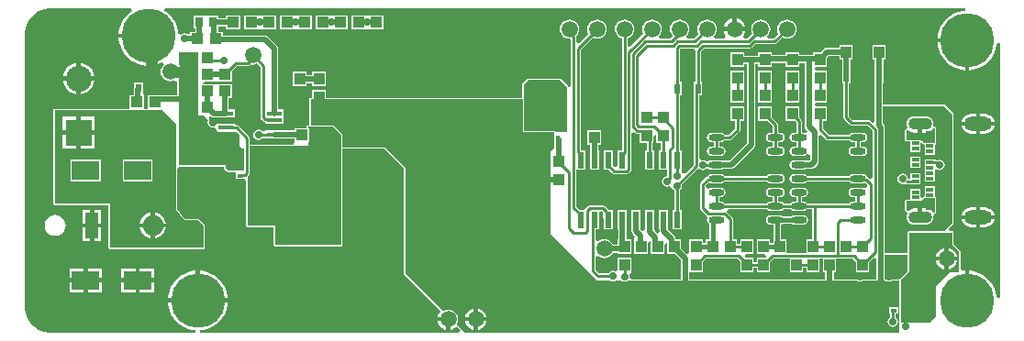
<source format=gtl>
G04*
G04 #@! TF.GenerationSoftware,Altium Limited,Altium Designer,20.1.14 (287)*
G04*
G04 Layer_Physical_Order=1*
G04 Layer_Color=255*
%FSLAX25Y25*%
%MOIN*%
G70*
G04*
G04 #@! TF.SameCoordinates,CBDBEFF8-9AEE-4DE1-B039-B0D643503B7D*
G04*
G04*
G04 #@! TF.FilePolarity,Positive*
G04*
G01*
G75*
%ADD13C,0.01000*%
%ADD18R,0.12795X0.19685*%
%ADD19R,0.03937X0.04331*%
%ADD20R,0.02362X0.03150*%
%ADD21R,0.02362X0.01378*%
%ADD22R,0.01181X0.01378*%
%ADD24R,0.03347X0.04134*%
%ADD25R,0.04331X0.06693*%
%ADD26R,0.04331X0.03937*%
%ADD27R,0.03150X0.03543*%
%ADD28R,0.02165X0.05807*%
%ADD29R,0.03150X0.05807*%
%ADD30R,0.07284X0.12303*%
%ADD31R,0.03543X0.07087*%
%ADD32R,0.07284X0.13386*%
%ADD33R,0.02362X0.05906*%
%ADD34O,0.05709X0.02362*%
%ADD35R,0.07087X0.06299*%
%ADD36R,0.07087X0.06299*%
%ADD37R,0.05709X0.01772*%
%ADD39R,0.01378X0.01181*%
%ADD40R,0.01378X0.02362*%
%ADD41R,0.02756X0.01181*%
%ADD42R,0.02756X0.03937*%
%ADD43R,0.01968X0.03740*%
%ADD50R,0.01693X0.12638*%
%ADD65R,0.12638X0.01693*%
%ADD82R,0.07795X0.09646*%
%ADD83R,0.09646X0.07795*%
%ADD84C,0.02000*%
%ADD85C,0.04000*%
%ADD86C,0.01500*%
%ADD87C,0.05906*%
%ADD88C,0.19685*%
%ADD89C,0.09449*%
%ADD90R,0.09449X0.09449*%
%ADD91C,0.07480*%
%ADD92R,0.09843X0.06693*%
%ADD93R,0.04724X0.09449*%
%ADD94O,0.08661X0.04331*%
%ADD95O,0.10236X0.05118*%
%ADD96C,0.02756*%
%ADD97C,0.03937*%
%ADD98C,0.05000*%
G36*
X341693Y117110D02*
X340818Y117041D01*
X339159Y116643D01*
X337582Y115990D01*
X336127Y115098D01*
X334829Y113990D01*
X333721Y112692D01*
X332829Y111237D01*
X332176Y109660D01*
X331778Y108001D01*
X331703Y107049D01*
X342520D01*
Y106299D01*
X343270D01*
Y95482D01*
X344221Y95557D01*
X345881Y95955D01*
X347457Y96609D01*
X348913Y97500D01*
X350210Y98609D01*
X351319Y99906D01*
X352210Y101362D01*
X352863Y102938D01*
X353262Y104598D01*
X353331Y105473D01*
X354331Y105434D01*
Y12677D01*
X353331Y12637D01*
X353262Y13512D01*
X352863Y15172D01*
X352210Y16749D01*
X351319Y18204D01*
X350210Y19502D01*
X348913Y20610D01*
X347457Y21502D01*
X345881Y22155D01*
X344221Y22553D01*
X343270Y22628D01*
Y11811D01*
X341770D01*
Y22628D01*
X341041Y22571D01*
X340111Y23110D01*
X340041Y23166D01*
Y29500D01*
X339883Y29883D01*
X337541Y32224D01*
X337541Y36265D01*
X337541Y36500D01*
X337541Y36500D01*
X337383Y36883D01*
X337000Y37041D01*
X337000Y37041D01*
X336765Y37041D01*
X336113D01*
X335731Y37965D01*
X337383Y39617D01*
X337383Y39617D01*
X337541Y40000D01*
X337541Y40000D01*
X337541Y79500D01*
X337541Y79500D01*
X337383Y79883D01*
X337383Y79883D01*
X334383Y82883D01*
X334383Y82883D01*
X334000Y83041D01*
X334000Y83041D01*
X311935Y83041D01*
Y90652D01*
X311988D01*
Y95763D01*
X312029Y95970D01*
Y99488D01*
X312968D01*
Y104819D01*
X308032D01*
Y99488D01*
X308971D01*
Y97459D01*
X308823D01*
Y90652D01*
X308876D01*
Y76872D01*
X307952Y76490D01*
X307221Y77221D01*
X306890Y77442D01*
X306500Y77520D01*
X300922D01*
X299614Y78828D01*
Y90652D01*
X300177D01*
Y97459D01*
X300077D01*
Y99488D01*
X300969D01*
Y104819D01*
X296031D01*
Y103683D01*
X291610D01*
X291025Y103567D01*
X290529Y103235D01*
X289306Y102012D01*
X286531D01*
Y101083D01*
X281469D01*
Y102012D01*
X276532D01*
Y101083D01*
X271468D01*
Y102012D01*
X266531D01*
Y100876D01*
X261469D01*
Y102012D01*
X256532D01*
Y96681D01*
X261469D01*
Y97817D01*
X262471D01*
Y69134D01*
X256030Y62693D01*
X253588D01*
X253008Y62809D01*
X249661D01*
X249006Y62678D01*
X248863Y62583D01*
X247854Y62354D01*
X247233Y62769D01*
X246500Y62915D01*
X246142Y62844D01*
X245286Y63373D01*
X245142Y63554D01*
Y86488D01*
X246224D01*
Y91228D01*
X245760D01*
Y102318D01*
X246922Y103480D01*
X263621D01*
X264012Y103558D01*
X264342Y103779D01*
X265544Y104980D01*
X272500D01*
X272890Y105058D01*
X273221Y105279D01*
X275377Y107435D01*
X276099Y107136D01*
X277000Y107018D01*
X277901Y107136D01*
X278741Y107484D01*
X279463Y108037D01*
X280016Y108759D01*
X280364Y109599D01*
X280483Y110500D01*
X280364Y111401D01*
X280016Y112241D01*
X279463Y112962D01*
X278741Y113516D01*
X277901Y113864D01*
X277000Y113982D01*
X276099Y113864D01*
X275259Y113516D01*
X274537Y112962D01*
X273984Y112241D01*
X273636Y111401D01*
X273517Y110500D01*
X273636Y109599D01*
X273935Y108877D01*
X272078Y107020D01*
X270279D01*
X269939Y108020D01*
X269963Y108037D01*
X270516Y108759D01*
X270864Y109599D01*
X270983Y110500D01*
X270864Y111401D01*
X270516Y112241D01*
X269963Y112962D01*
X269241Y113516D01*
X268401Y113864D01*
X267500Y113982D01*
X266599Y113864D01*
X265759Y113516D01*
X265037Y112962D01*
X264484Y112241D01*
X264136Y111401D01*
X264018Y110500D01*
X264136Y109599D01*
X264435Y108877D01*
X262578Y107020D01*
X261522D01*
X261079Y108020D01*
X261453Y108507D01*
X261851Y109468D01*
X261888Y109750D01*
X258000D01*
X254112D01*
X254149Y109468D01*
X254547Y108507D01*
X254921Y108020D01*
X254479Y107020D01*
X250779D01*
X250439Y108020D01*
X250463Y108037D01*
X251016Y108759D01*
X251364Y109599D01*
X251483Y110500D01*
X251364Y111401D01*
X251016Y112241D01*
X250463Y112962D01*
X249741Y113516D01*
X248901Y113864D01*
X248000Y113982D01*
X247099Y113864D01*
X246259Y113516D01*
X245537Y112962D01*
X244984Y112241D01*
X244636Y111401D01*
X244517Y110500D01*
X244636Y109599D01*
X244935Y108877D01*
X243078Y107020D01*
X240779D01*
X240439Y108020D01*
X240462Y108037D01*
X241016Y108759D01*
X241364Y109599D01*
X241482Y110500D01*
X241364Y111401D01*
X241016Y112241D01*
X240462Y112962D01*
X239741Y113516D01*
X238901Y113864D01*
X238000Y113982D01*
X237099Y113864D01*
X236259Y113516D01*
X235538Y112962D01*
X234984Y112241D01*
X234636Y111401D01*
X234518Y110500D01*
X234636Y109599D01*
X234984Y108759D01*
X235538Y108037D01*
X235547Y107886D01*
X234681Y107020D01*
X230779D01*
X230439Y108020D01*
X230463Y108037D01*
X231016Y108759D01*
X231364Y109599D01*
X231483Y110500D01*
X231364Y111401D01*
X231016Y112241D01*
X230463Y112962D01*
X229741Y113516D01*
X228901Y113864D01*
X228000Y113982D01*
X227099Y113864D01*
X226259Y113516D01*
X225537Y112962D01*
X224984Y112241D01*
X224636Y111401D01*
X224517Y110500D01*
X224636Y109599D01*
X224935Y108877D01*
X219943Y103885D01*
X219020Y104268D01*
Y107185D01*
X219741Y107484D01*
X220462Y108037D01*
X221016Y108759D01*
X221364Y109599D01*
X221482Y110500D01*
X221364Y111401D01*
X221016Y112241D01*
X220462Y112962D01*
X219741Y113516D01*
X218901Y113864D01*
X218000Y113982D01*
X217099Y113864D01*
X216259Y113516D01*
X215538Y112962D01*
X214984Y112241D01*
X214636Y111401D01*
X214517Y110500D01*
X214636Y109599D01*
X214984Y108759D01*
X215538Y108037D01*
X216259Y107484D01*
X216980Y107185D01*
Y66280D01*
X215319D01*
Y60580D01*
X214437Y60225D01*
X213681Y60847D01*
Y66280D01*
X210319D01*
Y59374D01*
X212239D01*
X213460Y58153D01*
X213791Y57932D01*
X214181Y57854D01*
X218914D01*
X219304Y57932D01*
X219635Y58153D01*
X220221Y58739D01*
X220442Y59070D01*
X220520Y59460D01*
Y72696D01*
X221444Y73079D01*
X221743Y72779D01*
X222074Y72558D01*
X222464Y72480D01*
X223532D01*
Y68988D01*
X225980D01*
Y66280D01*
X225319D01*
Y59374D01*
X228681D01*
Y66280D01*
X228020D01*
Y68988D01*
X228468D01*
Y71499D01*
X229468Y72033D01*
X229532Y71991D01*
Y68988D01*
X230980D01*
Y66280D01*
X230319D01*
Y59374D01*
X233480D01*
Y56911D01*
X232767Y56769D01*
X232146Y56354D01*
X231731Y55733D01*
X231585Y55000D01*
X231731Y54267D01*
X232146Y53646D01*
X232767Y53231D01*
X233500Y53085D01*
X234233Y53231D01*
X235231Y52767D01*
X235646Y52146D01*
X235980Y51923D01*
Y44626D01*
X235319D01*
Y37721D01*
X238681D01*
Y44626D01*
X238020D01*
Y51923D01*
X238354Y52146D01*
X238769Y52767D01*
X238915Y53500D01*
X238836Y53894D01*
X244202Y59260D01*
X245146Y59646D01*
X245767Y59231D01*
X246500Y59085D01*
X247233Y59231D01*
X247854Y59646D01*
X248974Y59532D01*
X249006Y59511D01*
X249661Y59380D01*
X253008D01*
X253664Y59511D01*
X253849Y59634D01*
X256664D01*
X257249Y59751D01*
X257745Y60082D01*
X265081Y67419D01*
X265413Y67915D01*
X265529Y68500D01*
Y97817D01*
X266531D01*
Y96681D01*
X271468D01*
Y98024D01*
X276532D01*
Y96681D01*
X281469D01*
Y98024D01*
X283471D01*
Y75000D01*
X283587Y74415D01*
X283919Y73919D01*
X284546Y73291D01*
X283908Y72515D01*
X283664Y72678D01*
X283008Y72808D01*
X282354D01*
Y77122D01*
X282277Y77512D01*
X282056Y77843D01*
X281469Y78430D01*
Y82319D01*
X276532D01*
Y76988D01*
X280027D01*
X280315Y76700D01*
Y72808D01*
X279661D01*
X279006Y72678D01*
X278449Y72307D01*
X278078Y71750D01*
X277947Y71095D01*
X278078Y70438D01*
X278449Y69883D01*
X279006Y69511D01*
X279661Y69380D01*
X280315D01*
Y67809D01*
X279661D01*
X279006Y67678D01*
X278449Y67307D01*
X278078Y66750D01*
X277947Y66094D01*
X278078Y65438D01*
X278449Y64882D01*
X279006Y64511D01*
X279661Y64380D01*
X283008D01*
X283664Y64511D01*
X284220Y64882D01*
X285370Y64821D01*
X285534Y64707D01*
Y62900D01*
X285258Y62624D01*
X283745D01*
X283664Y62678D01*
X283008Y62809D01*
X279661D01*
X279006Y62678D01*
X278449Y62306D01*
X278078Y61750D01*
X277947Y61094D01*
X278078Y60439D01*
X278449Y59882D01*
X279006Y59511D01*
X279661Y59380D01*
X283008D01*
X283664Y59511D01*
X283745Y59565D01*
X285891D01*
X286477Y59681D01*
X286973Y60013D01*
X288144Y61185D01*
X288476Y61681D01*
X288592Y62266D01*
Y71552D01*
X289592Y71966D01*
X291185Y70373D01*
X291515Y70152D01*
X291906Y70075D01*
X299778D01*
X299906Y69883D01*
X300462Y69511D01*
X301118Y69380D01*
X301772D01*
Y67809D01*
X301118D01*
X300462Y67678D01*
X299906Y67307D01*
X299535Y66750D01*
X299404Y66094D01*
X299535Y65438D01*
X299906Y64882D01*
X300462Y64511D01*
X301118Y64380D01*
X304465D01*
X305120Y64511D01*
X305677Y64882D01*
X306048Y65438D01*
X306179Y66094D01*
X306048Y66750D01*
X305677Y67307D01*
X305120Y67678D01*
X304465Y67809D01*
X303811D01*
Y69380D01*
X304465D01*
X305120Y69511D01*
X305677Y69883D01*
X306048Y70438D01*
X306179Y71095D01*
X306048Y71750D01*
X305677Y72307D01*
X305120Y72678D01*
X304465Y72808D01*
X301118D01*
X300462Y72678D01*
X299906Y72307D01*
X299778Y72114D01*
X292328D01*
X290083Y74359D01*
Y77083D01*
X291531D01*
Y82413D01*
X287425D01*
X287008Y83095D01*
X287425Y83776D01*
X291531D01*
Y89014D01*
X291531Y89106D01*
X291531D01*
X291469Y89988D01*
X291469D01*
Y95319D01*
X287413Y95319D01*
X286983Y96000D01*
X287413Y96681D01*
X291469D01*
Y99849D01*
X292244Y100624D01*
X296031D01*
Y99488D01*
X297018D01*
Y97459D01*
X297012D01*
Y90652D01*
X297575D01*
Y78406D01*
X297653Y78015D01*
X297873Y77685D01*
X299779Y75779D01*
X300110Y75558D01*
X300500Y75480D01*
X306078D01*
X307980Y73578D01*
Y56268D01*
X307056Y55885D01*
X306387Y56555D01*
X306056Y56776D01*
X306027Y56782D01*
X305677Y57306D01*
X305120Y57678D01*
X304465Y57809D01*
X301118D01*
X300462Y57678D01*
X299906Y57306D01*
X299778Y57114D01*
X284348D01*
X284220Y57306D01*
X283664Y57678D01*
X283008Y57809D01*
X279661D01*
X279006Y57678D01*
X278449Y57306D01*
X278078Y56750D01*
X277947Y56094D01*
X278078Y55439D01*
X278449Y54883D01*
X279006Y54511D01*
X279661Y54380D01*
X283008D01*
X283664Y54511D01*
X284220Y54883D01*
X284348Y55075D01*
X299778D01*
X299906Y54883D01*
X300462Y54511D01*
X301118Y54380D01*
X304465D01*
X305120Y54511D01*
X305376Y54682D01*
X306276Y53782D01*
X306229Y52980D01*
X305273Y52576D01*
X305120Y52678D01*
X304465Y52808D01*
X301118D01*
X300462Y52678D01*
X299906Y52306D01*
X299535Y51750D01*
X299404Y51095D01*
X299535Y50438D01*
X299906Y49883D01*
X300462Y49511D01*
X301118Y49380D01*
X301772D01*
Y47809D01*
X301118D01*
X300462Y47678D01*
X299906Y47306D01*
X299778Y47114D01*
X284348D01*
X284220Y47306D01*
X283664Y47678D01*
X283008Y47809D01*
X282354D01*
Y49380D01*
X283008D01*
X283664Y49511D01*
X284220Y49883D01*
X284591Y50438D01*
X284722Y51095D01*
X284591Y51750D01*
X284220Y52306D01*
X283664Y52678D01*
X283008Y52808D01*
X279661D01*
X279006Y52678D01*
X278449Y52306D01*
X278078Y51750D01*
X277947Y51095D01*
X278078Y50438D01*
X278449Y49883D01*
X279006Y49511D01*
X279661Y49380D01*
X280315D01*
Y47809D01*
X279661D01*
X279006Y47678D01*
X278449Y47306D01*
X278321Y47114D01*
X275805D01*
X275677Y47306D01*
X275120Y47678D01*
X274465Y47809D01*
X273811D01*
Y49380D01*
X274465D01*
X275120Y49511D01*
X275677Y49883D01*
X276048Y50438D01*
X276179Y51095D01*
X276048Y51750D01*
X275677Y52306D01*
X275120Y52678D01*
X274465Y52808D01*
X271118D01*
X270462Y52678D01*
X269906Y52306D01*
X269534Y51750D01*
X269404Y51095D01*
X269534Y50438D01*
X269906Y49883D01*
X270462Y49511D01*
X271118Y49380D01*
X271772D01*
Y47809D01*
X271118D01*
X270462Y47678D01*
X269906Y47306D01*
X269777Y47114D01*
X254348D01*
X254220Y47306D01*
X253664Y47678D01*
X253008Y47809D01*
X252354D01*
Y49380D01*
X253008D01*
X253664Y49511D01*
X254220Y49883D01*
X254591Y50438D01*
X254722Y51095D01*
X254591Y51750D01*
X254220Y52306D01*
X253664Y52678D01*
X253008Y52808D01*
X249661D01*
X249006Y52678D01*
X248567Y52385D01*
X247670Y52745D01*
X247580Y53638D01*
X248674Y54732D01*
X249006Y54511D01*
X249661Y54380D01*
X253008D01*
X253664Y54511D01*
X254220Y54883D01*
X254348Y55075D01*
X269777D01*
X269906Y54883D01*
X270462Y54511D01*
X271118Y54380D01*
X274465D01*
X275120Y54511D01*
X275677Y54883D01*
X276048Y55439D01*
X276179Y56094D01*
X276048Y56750D01*
X275677Y57306D01*
X275120Y57678D01*
X274465Y57809D01*
X271118D01*
X270462Y57678D01*
X269906Y57306D01*
X269777Y57114D01*
X254348D01*
X254220Y57306D01*
X253664Y57678D01*
X253008Y57809D01*
X249661D01*
X249006Y57678D01*
X248449Y57306D01*
X248118Y56810D01*
X247944Y56776D01*
X247613Y56555D01*
X245779Y54721D01*
X245558Y54390D01*
X245480Y54000D01*
Y45500D01*
X245558Y45110D01*
X245779Y44779D01*
X247779Y42779D01*
X248058Y41820D01*
X248039Y41553D01*
X247947Y41094D01*
X248078Y40439D01*
X248449Y39882D01*
X248726Y39698D01*
Y34012D01*
X247532D01*
Y32621D01*
X246468D01*
Y34012D01*
X241531D01*
Y29195D01*
X240531Y28781D01*
X238469Y30844D01*
Y34012D01*
X236561D01*
Y34211D01*
X236444Y34796D01*
X236113Y35292D01*
X233711Y37695D01*
Y40992D01*
X233681Y41140D01*
Y44626D01*
X230319D01*
Y37721D01*
X230652D01*
Y37061D01*
X230715Y36742D01*
X229839Y36204D01*
X229135Y36908D01*
X228681Y37721D01*
Y44626D01*
X225319D01*
Y37721D01*
X225319Y37721D01*
X225249Y37318D01*
X224334Y36985D01*
X224179Y37002D01*
X223681Y37721D01*
Y44626D01*
X220319D01*
Y37721D01*
X220572D01*
Y36898D01*
X220689Y36313D01*
X221020Y35817D01*
X221825Y35012D01*
X221532Y34012D01*
X221532D01*
Y28681D01*
X226468D01*
Y32748D01*
X227468Y33354D01*
X227502Y33337D01*
Y32315D01*
X227532Y32167D01*
Y28681D01*
X232469D01*
Y32030D01*
X233469Y32565D01*
X233502Y32543D01*
Y32315D01*
X233531Y32167D01*
Y28681D01*
X236306D01*
X238471Y26516D01*
Y19541D01*
X220729D01*
X219915Y20500D01*
X219818Y20988D01*
X220236Y21738D01*
X220467Y21988D01*
X220468D01*
Y27319D01*
X215531D01*
Y23002D01*
X214701Y22451D01*
X214531Y22422D01*
X213895Y22549D01*
X213162Y22403D01*
X212541Y21988D01*
X212318Y21654D01*
X208788D01*
X207520Y22922D01*
Y27543D01*
X207551Y27573D01*
X208520Y27974D01*
X208932Y27657D01*
X209772Y27309D01*
X210673Y27191D01*
X211575Y27309D01*
X212415Y27657D01*
X213136Y28211D01*
X213689Y28932D01*
X213777Y29144D01*
X215531D01*
Y28681D01*
X220468D01*
Y34012D01*
X218710D01*
Y40992D01*
X218681Y41140D01*
Y44626D01*
X215319D01*
Y37721D01*
X215652D01*
Y34012D01*
X215531D01*
Y32203D01*
X213777D01*
X213689Y32414D01*
X213136Y33136D01*
X212415Y33689D01*
X211575Y34037D01*
X210673Y34156D01*
X209772Y34037D01*
X208932Y33689D01*
X208520Y33373D01*
X207551Y33774D01*
X207520Y33804D01*
Y37721D01*
X208681D01*
Y44040D01*
X209681Y44240D01*
X210299Y43663D01*
Y41854D01*
X210319Y41756D01*
Y37721D01*
X213681D01*
Y44626D01*
X212224D01*
X212040Y44902D01*
X210746Y46196D01*
X210415Y46417D01*
X210025Y46495D01*
X205475D01*
X205085Y46417D01*
X204754Y46196D01*
X203779Y45221D01*
X203558Y44890D01*
X203505Y44626D01*
X201761D01*
X200520Y45867D01*
Y59374D01*
X203681D01*
Y66280D01*
X202020D01*
Y103078D01*
X206377Y107435D01*
X207099Y107136D01*
X208000Y107018D01*
X208901Y107136D01*
X209741Y107484D01*
X210462Y108037D01*
X211016Y108759D01*
X211364Y109599D01*
X211483Y110500D01*
X211364Y111401D01*
X211016Y112241D01*
X210462Y112962D01*
X209741Y113516D01*
X208901Y113864D01*
X208000Y113982D01*
X207099Y113864D01*
X206259Y113516D01*
X205538Y112962D01*
X204984Y112241D01*
X204636Y111401D01*
X204518Y110500D01*
X204636Y109599D01*
X204935Y108877D01*
X201444Y105385D01*
X200520Y105768D01*
Y107673D01*
X200449Y108027D01*
X200463Y108037D01*
X201016Y108759D01*
X201364Y109599D01*
X201483Y110500D01*
X201364Y111401D01*
X201016Y112241D01*
X200463Y112962D01*
X199741Y113516D01*
X198901Y113864D01*
X198000Y113982D01*
X197099Y113864D01*
X196259Y113516D01*
X195537Y112962D01*
X194984Y112241D01*
X194636Y111401D01*
X194518Y110500D01*
X194636Y109599D01*
X194984Y108759D01*
X195537Y108037D01*
X196259Y107484D01*
X197099Y107136D01*
X198000Y107018D01*
X198480Y106596D01*
Y89647D01*
X197541Y89500D01*
X197383Y89883D01*
X197383Y89883D01*
X194883Y92383D01*
X194500Y92541D01*
X194500Y92541D01*
X183000Y92541D01*
X183000Y92541D01*
X182617Y92383D01*
X181117Y90883D01*
X180959Y90500D01*
X180959Y90500D01*
Y85541D01*
X109468D01*
Y88319D01*
X104532D01*
Y85541D01*
X104000D01*
X103617Y85383D01*
X103459Y85000D01*
X103459Y75541D01*
X103000D01*
X102617Y75383D01*
X102459Y75000D01*
Y74468D01*
X97988D01*
Y73691D01*
X90760D01*
X90175Y73574D01*
X90134Y73547D01*
X87406D01*
Y73401D01*
X86405Y73277D01*
X86354Y73354D01*
X85733Y73769D01*
X85000Y73915D01*
X84267Y73769D01*
X83646Y73354D01*
X83231Y72733D01*
X83085Y72000D01*
X83231Y71267D01*
X83646Y70646D01*
X84267Y70231D01*
X85000Y70085D01*
X85733Y70231D01*
X86354Y70646D01*
X86419Y70743D01*
X87406Y70776D01*
Y70776D01*
X90134D01*
X90175Y70749D01*
X90760Y70632D01*
X97988D01*
Y69532D01*
X97988D01*
X97965Y68541D01*
X81827D01*
Y70771D01*
X81750Y71161D01*
X81529Y71492D01*
X77701Y75320D01*
X77370Y75541D01*
X76980Y75618D01*
X76595D01*
Y76106D01*
X69886D01*
X69886Y76106D01*
Y76106D01*
X69255Y75367D01*
X69127Y75262D01*
X68500Y75137D01*
X67978Y75241D01*
X67536Y75536D01*
X67241Y75978D01*
X67137Y76500D01*
X67262Y77127D01*
X67253Y77172D01*
X67287Y77254D01*
X67265Y77306D01*
X67276Y77360D01*
X67190Y77490D01*
X67181Y77533D01*
X67167Y77543D01*
X67128Y77637D01*
X66976Y77790D01*
X67305Y78875D01*
X67472Y78908D01*
X67623Y78757D01*
X68119Y78426D01*
X68705Y78309D01*
X73240D01*
X73825Y78426D01*
X73866Y78453D01*
X76595D01*
Y81224D01*
X74183D01*
Y85532D01*
X75319D01*
Y90469D01*
X69988D01*
Y90469D01*
X69012D01*
Y90469D01*
X64871D01*
X64846Y90531D01*
X65525Y91531D01*
X69012D01*
Y91531D01*
X69988D01*
Y91531D01*
X75319D01*
Y95027D01*
X77273Y96980D01*
X81000D01*
X81390Y97058D01*
X81721Y97279D01*
X82084Y97642D01*
X82099Y97636D01*
X83000Y97518D01*
X83901Y97636D01*
X84623Y97935D01*
X85886Y96672D01*
Y78251D01*
X85963Y77861D01*
X86185Y77530D01*
X86770Y76944D01*
X87101Y76723D01*
X87406Y76663D01*
Y75894D01*
X94114D01*
Y78453D01*
Y81224D01*
X92289D01*
Y103240D01*
X92173Y103825D01*
X91841Y104322D01*
X88441Y107721D01*
X87945Y108053D01*
X87360Y108169D01*
X72012D01*
Y109468D01*
X70384D01*
Y110728D01*
X70437D01*
Y111471D01*
X72988D01*
Y110531D01*
X78319D01*
Y115469D01*
X72988D01*
Y114529D01*
X70437D01*
Y115272D01*
X66713D01*
X66000Y115272D01*
X65287Y115272D01*
X61563D01*
Y110728D01*
X62108D01*
Y109468D01*
X59988D01*
Y108850D01*
X58988Y108598D01*
X58733Y108769D01*
X58000Y108915D01*
X57267Y108769D01*
X56841Y108484D01*
X56136Y108683D01*
X55805Y108896D01*
X55742Y109701D01*
X55344Y111361D01*
X54691Y112938D01*
X53799Y114393D01*
X52691Y115691D01*
X51393Y116799D01*
X50885Y117110D01*
X51167Y118110D01*
X341654D01*
X341693Y117110D01*
D02*
G37*
G36*
X39115D02*
X38607Y116799D01*
X37310Y115691D01*
X36201Y114393D01*
X35309Y112938D01*
X34656Y111361D01*
X34258Y109701D01*
X34183Y108750D01*
X45000D01*
Y108000D01*
X45750D01*
Y97183D01*
X46701Y97258D01*
X48361Y97656D01*
X49938Y98309D01*
X50239Y98494D01*
X50807Y97669D01*
X50538Y97462D01*
X49984Y96741D01*
X49636Y95901D01*
X49518Y95000D01*
X49636Y94099D01*
X49984Y93259D01*
X50538Y92537D01*
X51259Y91984D01*
X52099Y91636D01*
X53000Y91518D01*
X53901Y91636D01*
X54459Y91867D01*
X55225Y91505D01*
X55459Y91274D01*
Y86529D01*
X48543D01*
X48237Y86468D01*
X44681D01*
Y81541D01*
X43319D01*
Y86007D01*
X43319Y86468D01*
X43319D01*
X43122Y86925D01*
X43122Y86925D01*
Y91075D01*
X39760D01*
Y88967D01*
X39731Y88819D01*
Y86468D01*
X37988D01*
Y81541D01*
X11000Y81541D01*
X10617Y81383D01*
X10459Y81000D01*
Y47235D01*
X10459Y47000D01*
X10459Y47000D01*
X10617Y46617D01*
X11000Y46459D01*
X11000Y46459D01*
X11235Y46459D01*
X30459Y46459D01*
X30459Y31235D01*
X30459Y31000D01*
X30459Y31000D01*
X30617Y30617D01*
X31000Y30459D01*
X31000Y30459D01*
X31235Y30459D01*
X65000D01*
X65383Y30617D01*
X65541Y31000D01*
X65541Y39000D01*
X65541Y39000D01*
X65383Y39383D01*
X65383Y39383D01*
X63383Y41383D01*
X63000Y41541D01*
X63000Y41541D01*
X58260D01*
X55541Y44940D01*
Y59566D01*
X56000Y60459D01*
X72459Y60459D01*
Y60000D01*
X72617Y59617D01*
X72617Y59617D01*
X73617Y58617D01*
X74000Y58459D01*
X74000Y58459D01*
X75852D01*
X76807Y58350D01*
Y55972D01*
X80169D01*
X80459Y55092D01*
Y39000D01*
X80617Y38617D01*
X81000Y38459D01*
X90459D01*
Y32000D01*
X90617Y31617D01*
X91000Y31459D01*
X114765Y31459D01*
X115000Y31459D01*
X115000Y31459D01*
X115383Y31617D01*
X115541Y32000D01*
X115541Y32000D01*
X115541Y32235D01*
X115541Y65972D01*
X115541Y66972D01*
X130955D01*
X137959Y59968D01*
Y21500D01*
X138117Y21117D01*
X138117Y21117D01*
X151195Y8039D01*
X151181Y7819D01*
X150547Y6993D01*
X150149Y6032D01*
X150112Y5750D01*
X154000D01*
Y5000D01*
X154750D01*
Y1112D01*
X155032Y1149D01*
X155993Y1547D01*
X156819Y2181D01*
X157039Y2195D01*
X158311Y924D01*
X157928Y0D01*
X63858D01*
X63818Y1000D01*
X64693Y1069D01*
X66353Y1467D01*
X67930Y2120D01*
X69385Y3012D01*
X70683Y4121D01*
X71791Y5418D01*
X72683Y6873D01*
X73336Y8450D01*
X73734Y10110D01*
X73809Y11061D01*
X52175D01*
X52250Y10110D01*
X52648Y8450D01*
X53302Y6873D01*
X54193Y5418D01*
X55302Y4121D01*
X56599Y3012D01*
X58055Y2120D01*
X59631Y1467D01*
X61291Y1069D01*
X62166Y1000D01*
X62126Y0D01*
X9015D01*
X7083Y384D01*
X5263Y1138D01*
X3625Y2232D01*
X2232Y3625D01*
X1138Y5263D01*
X384Y7083D01*
X0Y9015D01*
Y10000D01*
Y108110D01*
Y109095D01*
X384Y111027D01*
X1138Y112847D01*
X2232Y114485D01*
X3625Y115878D01*
X5263Y116972D01*
X7083Y117726D01*
X9015Y118110D01*
X38833D01*
X39115Y117110D01*
D02*
G37*
G36*
X194500Y92000D02*
X197000Y89500D01*
Y73000D01*
X193054D01*
Y73000D01*
X192896Y73383D01*
X192513Y73541D01*
X191000Y73541D01*
X181541D01*
Y85000D01*
X181500Y85100D01*
Y90500D01*
X183000Y92000D01*
X194500Y92000D01*
D02*
G37*
G36*
X63000Y102000D02*
X63000Y79000D01*
X65000Y79000D01*
X66746Y77254D01*
X66731Y77233D01*
X66585Y76500D01*
X66731Y75767D01*
X67146Y75146D01*
X67767Y74731D01*
X68500Y74585D01*
X69233Y74731D01*
X69254Y74746D01*
X69886Y74114D01*
Y73335D01*
X70000D01*
Y73000D01*
X77137D01*
X78000Y72137D01*
Y68000D01*
X79000Y67000D01*
X79788D01*
Y59000D01*
X74000D01*
X73000Y60000D01*
Y61000D01*
X56000Y61000D01*
X56000Y92417D01*
X56453Y93007D01*
X56851Y93968D01*
X56987Y95000D01*
X56851Y96032D01*
X56453Y96993D01*
X56000Y97584D01*
Y102000D01*
X63000Y102000D01*
D02*
G37*
G36*
X243721Y102740D02*
Y91228D01*
X243256D01*
Y89362D01*
X243180Y89249D01*
X243102Y88858D01*
Y61044D01*
X240000Y57942D01*
X238937Y58089D01*
X238755Y58404D01*
X238681Y59374D01*
X238681D01*
Y66280D01*
X238149D01*
Y86488D01*
X238744D01*
Y91228D01*
X238149D01*
Y103362D01*
X238268Y103480D01*
X242921D01*
X243721Y102740D01*
D02*
G37*
G36*
X285980Y34012D02*
X284032D01*
Y29020D01*
X276969D01*
Y34012D01*
X274645D01*
Y39416D01*
X275120Y39511D01*
X275583Y39820D01*
X278543D01*
X279006Y39511D01*
X279661Y39380D01*
X283008D01*
X283664Y39511D01*
X284220Y39882D01*
X284591Y40439D01*
X284722Y41094D01*
X284591Y41750D01*
X284220Y42307D01*
X283664Y42678D01*
X283008Y42808D01*
X279661D01*
X279006Y42678D01*
X278543Y42369D01*
X275583D01*
X275120Y42678D01*
X274465Y42808D01*
X271118D01*
X270462Y42678D01*
X269906Y42307D01*
X269534Y41750D01*
X269404Y41094D01*
X269534Y40439D01*
X269906Y39882D01*
X270462Y39511D01*
X271118Y39380D01*
X272096D01*
Y34012D01*
X272031D01*
Y32621D01*
X270969D01*
Y34012D01*
X266032D01*
Y28681D01*
X268873D01*
X269371Y27681D01*
X269097Y27319D01*
X266032D01*
Y25673D01*
X264968D01*
Y27319D01*
X262053D01*
X261779Y27681D01*
X262277Y28681D01*
X264968D01*
Y34012D01*
X260032D01*
Y32366D01*
X258968D01*
Y34012D01*
X257520D01*
Y41414D01*
X257442Y41804D01*
X257221Y42135D01*
X255281Y44075D01*
X255401Y44657D01*
X255657Y45075D01*
X269777D01*
X269906Y44883D01*
X270462Y44511D01*
X271118Y44381D01*
X274465D01*
X275120Y44511D01*
X275677Y44883D01*
X275805Y45075D01*
X278321D01*
X278449Y44883D01*
X279006Y44511D01*
X279661Y44381D01*
X283008D01*
X283664Y44511D01*
X284220Y44883D01*
X284348Y45075D01*
X285980D01*
Y34012D01*
D02*
G37*
G36*
X115000Y72000D02*
X115000Y32000D01*
X91000Y32000D01*
Y39000D01*
X81000D01*
Y56687D01*
X81529Y57215D01*
X81750Y57546D01*
X81827Y57936D01*
Y68000D01*
X103000D01*
Y69532D01*
X103319D01*
Y74468D01*
X103000D01*
Y75000D01*
X112000D01*
X115000Y72000D01*
D02*
G37*
G36*
X55000Y76000D02*
Y44750D01*
X58000Y41000D01*
X63000D01*
X65000Y39000D01*
X65000Y31000D01*
X31000D01*
X31000Y47000D01*
X11000Y47000D01*
Y81000D01*
X50000Y81000D01*
X55000Y76000D01*
D02*
G37*
G36*
X337000Y79500D02*
X337000Y40000D01*
X334041Y37041D01*
X321500D01*
X321117Y36883D01*
X320959Y36500D01*
X320959Y29000D01*
X312529Y29000D01*
Y74828D01*
X312413Y75414D01*
X312081Y75910D01*
X311935Y76056D01*
Y82500D01*
X334000Y82500D01*
X337000Y79500D01*
D02*
G37*
G36*
X337000Y32000D02*
X339500Y29500D01*
Y22000D01*
X336207Y22000D01*
X331000Y16793D01*
Y6000D01*
X328761Y3761D01*
X318509D01*
X318509Y19000D01*
X318368Y19340D01*
X321500Y22000D01*
X321500Y36500D01*
X337000D01*
X337000Y32000D01*
D02*
G37*
G36*
X309471Y27073D02*
Y19541D01*
X304635D01*
X304489Y19481D01*
X304335Y19450D01*
X304022Y19241D01*
X303500Y19137D01*
X302978Y19241D01*
X302665Y19450D01*
X302511Y19481D01*
X302365Y19541D01*
X294029D01*
Y21988D01*
X294969D01*
Y26980D01*
X300928D01*
X302031Y25877D01*
Y21988D01*
X306968D01*
Y25877D01*
X308547Y27455D01*
X309471Y27073D01*
D02*
G37*
G36*
X290032Y21988D02*
X290971D01*
Y19541D01*
X241529Y19541D01*
Y20989D01*
X241531Y21988D01*
X246468D01*
Y25877D01*
X247572Y26980D01*
X259078D01*
X260032Y26027D01*
Y21988D01*
X264968D01*
Y23634D01*
X266032D01*
Y21988D01*
X270969D01*
Y25877D01*
X272072Y26980D01*
X278031D01*
Y21988D01*
X282968D01*
Y23634D01*
X284032D01*
Y21988D01*
X288968D01*
Y26980D01*
X290032D01*
Y21988D01*
D02*
G37*
G36*
X320959Y28459D02*
X320959Y27459D01*
X320959Y22250D01*
X318018Y19752D01*
X317959Y19638D01*
X317862Y19541D01*
X315135D01*
X314989Y19481D01*
X314835Y19450D01*
X314522Y19241D01*
X314000Y19137D01*
X313478Y19241D01*
X313165Y19450D01*
X313011Y19481D01*
X312865Y19541D01*
X312529D01*
Y28459D01*
X320959Y28459D01*
D02*
G37*
G36*
X181000Y73000D02*
X191000D01*
X192513Y73000D01*
Y70752D01*
X192471Y70539D01*
Y67471D01*
X191000Y66000D01*
X191000Y36000D01*
X208000Y19000D01*
X212960D01*
X213162Y18865D01*
X213895Y18719D01*
X214628Y18865D01*
X214830Y19000D01*
X216865D01*
X217267Y18731D01*
X218000Y18585D01*
X218733Y18731D01*
X219135Y19000D01*
X302365Y19000D01*
X302767Y18731D01*
X303500Y18585D01*
X304233Y18731D01*
X304635Y19000D01*
X312865D01*
X313267Y18731D01*
X314000Y18585D01*
X314733Y18731D01*
X315135Y19000D01*
X317968D01*
X317968Y0D01*
X160000D01*
X156897Y3103D01*
X157016Y3259D01*
X157364Y4099D01*
X157483Y5000D01*
X157364Y5901D01*
X157016Y6741D01*
X156463Y7463D01*
X155741Y8016D01*
X154901Y8364D01*
X154000Y8483D01*
X153099Y8364D01*
X152259Y8016D01*
X152103Y7897D01*
X138500Y21500D01*
Y60192D01*
X131179Y67513D01*
X115541D01*
Y72000D01*
X115383Y72383D01*
X112383Y75383D01*
X112383Y75383D01*
X112000Y75541D01*
X112000Y75541D01*
X104000D01*
X104000Y85000D01*
X181000D01*
Y73000D01*
D02*
G37*
%LPC*%
G36*
X258750Y114388D02*
Y111250D01*
X261888D01*
X261851Y111532D01*
X261453Y112493D01*
X260819Y113319D01*
X259993Y113953D01*
X259032Y114351D01*
X258750Y114388D01*
D02*
G37*
G36*
X257250D02*
X256968Y114351D01*
X256007Y113953D01*
X255181Y113319D01*
X254547Y112493D01*
X254149Y111532D01*
X254112Y111250D01*
X257250D01*
Y114388D01*
D02*
G37*
G36*
X124012Y115469D02*
X124012Y115469D01*
X118681D01*
Y110531D01*
X124012D01*
Y110531D01*
X124988D01*
Y110531D01*
X130319D01*
Y115469D01*
X124988D01*
X124988Y115469D01*
Y115469D01*
X124012D01*
Y115469D01*
D02*
G37*
G36*
X111012D02*
X111012Y115469D01*
X105681D01*
Y110531D01*
X111012D01*
Y110531D01*
X111988D01*
Y110531D01*
X117319D01*
Y115469D01*
X111988D01*
X111988Y115469D01*
Y115469D01*
X111012D01*
Y115469D01*
D02*
G37*
G36*
X98012D02*
X98012Y115469D01*
X92681D01*
Y110531D01*
X98012D01*
Y110531D01*
X98988D01*
Y110531D01*
X104319D01*
Y115469D01*
X98988D01*
X98988Y115469D01*
Y115469D01*
X98012D01*
Y115469D01*
D02*
G37*
G36*
X85012D02*
X85012Y115469D01*
X79681D01*
Y110531D01*
X85012D01*
Y110531D01*
X85988D01*
Y110531D01*
X91319D01*
Y115469D01*
X85988D01*
X85988Y115469D01*
Y115469D01*
X85012D01*
Y115469D01*
D02*
G37*
G36*
X341770Y105549D02*
X331703D01*
X331778Y104598D01*
X332176Y102938D01*
X332829Y101362D01*
X333721Y99906D01*
X334829Y98609D01*
X336127Y97500D01*
X337582Y96609D01*
X339159Y95955D01*
X340818Y95557D01*
X341770Y95482D01*
Y105549D01*
D02*
G37*
G36*
X102469Y95012D02*
X97531D01*
Y89681D01*
X102469D01*
Y90817D01*
X104532D01*
Y89681D01*
X109468D01*
Y95012D01*
X104532D01*
Y93876D01*
X102469D01*
Y95012D01*
D02*
G37*
G36*
X281469Y95319D02*
X276532D01*
Y89988D01*
X276532D01*
Y89012D01*
X276532D01*
Y83681D01*
X281469D01*
Y89012D01*
X281469D01*
Y89988D01*
X281469D01*
Y95319D01*
D02*
G37*
G36*
X271468D02*
X266531D01*
Y89988D01*
X266531D01*
Y89012D01*
X266531D01*
Y83681D01*
X271468D01*
Y89012D01*
X271468D01*
Y89988D01*
X271468D01*
Y95319D01*
D02*
G37*
G36*
X261469D02*
X256532D01*
Y89988D01*
X256532D01*
Y89012D01*
X256532D01*
Y83681D01*
X261469D01*
Y89012D01*
X261469D01*
Y89988D01*
X261469D01*
Y95319D01*
D02*
G37*
G36*
X349016Y79653D02*
X347207D01*
Y76813D01*
X352507D01*
X352483Y76992D01*
X352125Y77858D01*
X351554Y78601D01*
X350811Y79172D01*
X349945Y79530D01*
X349016Y79653D01*
D02*
G37*
G36*
X345707D02*
X343898D01*
X342969Y79530D01*
X342103Y79172D01*
X341359Y78601D01*
X340789Y77858D01*
X340430Y76992D01*
X340407Y76813D01*
X345707D01*
Y79653D01*
D02*
G37*
G36*
X352507Y75313D02*
X347207D01*
Y72473D01*
X349016D01*
X349945Y72596D01*
X350811Y72954D01*
X351554Y73525D01*
X352125Y74268D01*
X352483Y75134D01*
X352507Y75313D01*
D02*
G37*
G36*
X345707D02*
X340407D01*
X340430Y75134D01*
X340789Y74268D01*
X341359Y73525D01*
X342103Y72954D01*
X342969Y72596D01*
X343898Y72473D01*
X345707D01*
Y75313D01*
D02*
G37*
G36*
X261469Y82319D02*
X256532D01*
Y76988D01*
X257980D01*
Y74284D01*
X255810Y72114D01*
X254348D01*
X254220Y72307D01*
X253664Y72678D01*
X253008Y72808D01*
X249661D01*
X249006Y72678D01*
X248449Y72307D01*
X248078Y71750D01*
X247947Y71095D01*
X248078Y70438D01*
X248449Y69883D01*
X249006Y69511D01*
X249661Y69380D01*
X250315D01*
Y67809D01*
X249661D01*
X249006Y67678D01*
X248449Y67307D01*
X248078Y66750D01*
X247947Y66094D01*
X248078Y65438D01*
X248449Y64882D01*
X249006Y64511D01*
X249661Y64380D01*
X253008D01*
X253664Y64511D01*
X254220Y64882D01*
X254591Y65438D01*
X254722Y66094D01*
X254591Y66750D01*
X254220Y67307D01*
X253664Y67678D01*
X253008Y67809D01*
X252354D01*
Y69380D01*
X253008D01*
X253664Y69511D01*
X254220Y69883D01*
X254348Y70075D01*
X256232D01*
X256622Y70152D01*
X256953Y70373D01*
X259721Y73141D01*
X259942Y73472D01*
X260020Y73862D01*
Y76988D01*
X261469D01*
Y82319D01*
D02*
G37*
G36*
X271468D02*
X266531D01*
Y76988D01*
X270027D01*
X271772Y75243D01*
Y72808D01*
X271118D01*
X270462Y72678D01*
X269906Y72307D01*
X269534Y71750D01*
X269404Y71095D01*
X269534Y70438D01*
X269906Y69883D01*
X270462Y69511D01*
X271118Y69380D01*
X271772D01*
Y67809D01*
X271118D01*
X270462Y67678D01*
X269906Y67307D01*
X269534Y66750D01*
X269404Y66094D01*
X269534Y65438D01*
X269906Y64882D01*
X270462Y64511D01*
X271118Y64380D01*
X274465D01*
X275120Y64511D01*
X275677Y64882D01*
X276048Y65438D01*
X276179Y66094D01*
X276048Y66750D01*
X275677Y67307D01*
X275120Y67678D01*
X274465Y67809D01*
X273811D01*
Y69380D01*
X274465D01*
X275120Y69511D01*
X275677Y69883D01*
X276048Y70438D01*
X276179Y71095D01*
X276048Y71750D01*
X275677Y72307D01*
X275120Y72678D01*
X274465Y72808D01*
X273811D01*
Y75665D01*
X273733Y76056D01*
X273512Y76386D01*
X271468Y78430D01*
Y82319D01*
D02*
G37*
G36*
X209469Y73819D02*
X204532D01*
Y68488D01*
X205471D01*
Y66280D01*
X205319D01*
Y59374D01*
X208681D01*
Y66280D01*
X208529D01*
Y68488D01*
X209469D01*
Y73819D01*
D02*
G37*
G36*
X349016Y45637D02*
X347207D01*
Y42797D01*
X352507D01*
X352483Y42976D01*
X352125Y43842D01*
X351554Y44586D01*
X350811Y45156D01*
X349945Y45515D01*
X349016Y45637D01*
D02*
G37*
G36*
X345707D02*
X343898D01*
X342969Y45515D01*
X342103Y45156D01*
X341359Y44586D01*
X340789Y43842D01*
X340430Y42976D01*
X340407Y42797D01*
X345707D01*
Y45637D01*
D02*
G37*
G36*
X352507Y41297D02*
X347207D01*
Y38458D01*
X349016D01*
X349945Y38580D01*
X350811Y38938D01*
X351554Y39509D01*
X352125Y40252D01*
X352483Y41118D01*
X352507Y41297D01*
D02*
G37*
G36*
X345707D02*
X340407D01*
X340430Y41118D01*
X340789Y40252D01*
X341359Y39509D01*
X342103Y38938D01*
X342969Y38580D01*
X343898Y38458D01*
X345707D01*
Y41297D01*
D02*
G37*
G36*
X44250Y107250D02*
X34183D01*
X34258Y106299D01*
X34656Y104639D01*
X35309Y103062D01*
X36201Y101607D01*
X37310Y100310D01*
X38607Y99201D01*
X40062Y98309D01*
X41639Y97656D01*
X43299Y97258D01*
X44250Y97183D01*
Y107250D01*
D02*
G37*
G36*
X20435Y98195D02*
Y93270D01*
X25360D01*
X25262Y94014D01*
X24685Y95407D01*
X23768Y96602D01*
X22572Y97520D01*
X21179Y98097D01*
X20435Y98195D01*
D02*
G37*
G36*
X18935D02*
X18191Y98097D01*
X16798Y97520D01*
X15602Y96602D01*
X14685Y95407D01*
X14108Y94014D01*
X14010Y93270D01*
X18935D01*
Y98195D01*
D02*
G37*
G36*
X25360Y91770D02*
X20435D01*
Y86845D01*
X21179Y86943D01*
X22572Y87519D01*
X23768Y88437D01*
X24685Y89633D01*
X25262Y91025D01*
X25360Y91770D01*
D02*
G37*
G36*
X18935D02*
X14010D01*
X14108Y91025D01*
X14685Y89633D01*
X15602Y88437D01*
X16798Y87519D01*
X18191Y86943D01*
X18935Y86845D01*
Y91770D01*
D02*
G37*
G36*
X27968Y44839D02*
X25356D01*
Y39864D01*
X27968D01*
Y44839D01*
D02*
G37*
G36*
X23856D02*
X21244D01*
Y39864D01*
X23856D01*
Y44839D01*
D02*
G37*
G36*
X11220Y42994D02*
X10216Y42862D01*
X9281Y42474D01*
X8477Y41857D01*
X7861Y41054D01*
X7473Y40118D01*
X7341Y39114D01*
X7473Y38110D01*
X7861Y37174D01*
X8477Y36371D01*
X9281Y35754D01*
X10216Y35367D01*
X11220Y35234D01*
X12225Y35367D01*
X13160Y35754D01*
X13964Y36371D01*
X14580Y37174D01*
X14968Y38110D01*
X15100Y39114D01*
X14968Y40118D01*
X14580Y41054D01*
X13964Y41857D01*
X13160Y42474D01*
X12225Y42862D01*
X11220Y42994D01*
D02*
G37*
G36*
X27968Y38364D02*
X25356D01*
Y33390D01*
X27968D01*
Y38364D01*
D02*
G37*
G36*
X23856D02*
X21244D01*
Y33390D01*
X23856D01*
Y38364D01*
D02*
G37*
G36*
X47063Y23520D02*
X41892D01*
Y19923D01*
X47063D01*
Y23520D01*
D02*
G37*
G36*
X28165D02*
X22994D01*
Y19923D01*
X28165D01*
Y23520D01*
D02*
G37*
G36*
X40392D02*
X35221D01*
Y19923D01*
X40392D01*
Y23520D01*
D02*
G37*
G36*
X21494D02*
X16323D01*
Y19923D01*
X21494D01*
Y23520D01*
D02*
G37*
G36*
X47063Y18423D02*
X41892D01*
Y14827D01*
X47063D01*
Y18423D01*
D02*
G37*
G36*
X40392D02*
X35221D01*
Y14827D01*
X40392D01*
Y18423D01*
D02*
G37*
G36*
X28165D02*
X22994D01*
Y14827D01*
X28165D01*
Y18423D01*
D02*
G37*
G36*
X21494D02*
X16323D01*
Y14827D01*
X21494D01*
Y18423D01*
D02*
G37*
G36*
X63742Y22628D02*
Y12561D01*
X73809D01*
X73734Y13512D01*
X73336Y15172D01*
X72683Y16749D01*
X71791Y18204D01*
X70683Y19502D01*
X69385Y20610D01*
X67930Y21502D01*
X66353Y22155D01*
X64693Y22553D01*
X63742Y22628D01*
D02*
G37*
G36*
X62242D02*
X61291Y22553D01*
X59631Y22155D01*
X58055Y21502D01*
X56599Y20610D01*
X55302Y19502D01*
X54193Y18204D01*
X53302Y16749D01*
X52648Y15172D01*
X52250Y13512D01*
X52175Y12561D01*
X62242D01*
Y22628D01*
D02*
G37*
G36*
X153250Y4250D02*
X150112D01*
X150149Y3968D01*
X150547Y3007D01*
X151181Y2181D01*
X152007Y1547D01*
X152968Y1149D01*
X153250Y1112D01*
Y4250D01*
D02*
G37*
G36*
X25409Y78559D02*
X20435D01*
Y73585D01*
X25409D01*
Y78559D01*
D02*
G37*
G36*
X18935D02*
X13961D01*
Y73585D01*
X18935D01*
Y78559D01*
D02*
G37*
G36*
X25409Y72085D02*
X20435D01*
Y67110D01*
X25409D01*
Y72085D01*
D02*
G37*
G36*
X18935D02*
X13961D01*
Y67110D01*
X18935D01*
Y72085D01*
D02*
G37*
G36*
X46563Y62902D02*
X35721D01*
Y55209D01*
X46563D01*
Y62902D01*
D02*
G37*
G36*
X27665D02*
X16823D01*
Y55209D01*
X27665D01*
Y62902D01*
D02*
G37*
G36*
X47403Y43797D02*
Y39864D01*
X51336D01*
X51272Y40352D01*
X50794Y41505D01*
X50034Y42495D01*
X49044Y43255D01*
X47891Y43732D01*
X47403Y43797D01*
D02*
G37*
G36*
X45904D02*
X45416Y43732D01*
X44263Y43255D01*
X43273Y42495D01*
X42513Y41505D01*
X42035Y40352D01*
X41971Y39864D01*
X45904D01*
Y43797D01*
D02*
G37*
G36*
X51336Y38364D02*
X47403D01*
Y34432D01*
X47891Y34496D01*
X49044Y34974D01*
X50034Y35734D01*
X50794Y36724D01*
X51272Y37877D01*
X51336Y38364D01*
D02*
G37*
G36*
X45904D02*
X41971D01*
X42035Y37877D01*
X42513Y36724D01*
X43273Y35734D01*
X44263Y34974D01*
X45416Y34496D01*
X45904Y34432D01*
Y38364D01*
D02*
G37*
G36*
X327520Y78751D02*
X323189D01*
X322493Y78660D01*
X321845Y78391D01*
X321288Y77964D01*
X320861Y77407D01*
X320592Y76759D01*
X320501Y76063D01*
X320592Y75367D01*
X320848Y74749D01*
X320848Y74748D01*
X320839Y74673D01*
X320617Y74215D01*
X320370Y74154D01*
X320252Y74067D01*
X320117Y74011D01*
X320091Y73949D01*
X320036Y73908D01*
X320015Y73764D01*
X319959Y73629D01*
Y70110D01*
X320117Y69727D01*
X320500Y69569D01*
X321862D01*
Y65839D01*
X325618D01*
Y68894D01*
X326118Y69101D01*
X326598Y68621D01*
X326980Y68463D01*
Y64854D01*
X330736D01*
Y68463D01*
X331119Y68621D01*
X331277Y69004D01*
Y74265D01*
X331239Y74358D01*
X331242Y74458D01*
X331163Y74542D01*
X331119Y74648D01*
X331026Y74686D01*
X330957Y74759D01*
X330683Y74881D01*
X330588Y74884D01*
X330502Y74927D01*
X330476Y74929D01*
X330154Y75322D01*
X330123Y75418D01*
X330208Y76063D01*
X330116Y76759D01*
X329848Y77407D01*
X329421Y77964D01*
X328864Y78391D01*
X328216Y78660D01*
X327520Y78751D01*
D02*
G37*
G36*
X325618Y64083D02*
X321862D01*
Y59933D01*
X325618D01*
Y61902D01*
Y64083D01*
D02*
G37*
G36*
X330736Y63098D02*
X326980D01*
Y58949D01*
Y55012D01*
X330736D01*
Y59428D01*
X331236Y59586D01*
X331767Y59231D01*
X332500Y59085D01*
X333233Y59231D01*
X333854Y59646D01*
X334269Y60267D01*
X334415Y61000D01*
X334269Y61733D01*
X333854Y62354D01*
X333233Y62769D01*
X332500Y62915D01*
X331767Y62769D01*
X331700Y62724D01*
X331498Y62859D01*
X331107Y62937D01*
X330736D01*
Y63098D01*
D02*
G37*
G36*
X325618Y58177D02*
X321862D01*
Y56138D01*
X320887D01*
X320769Y56733D01*
X320354Y57354D01*
X319733Y57769D01*
X319000Y57915D01*
X318267Y57769D01*
X317646Y57354D01*
X317231Y56733D01*
X317085Y56000D01*
X317231Y55267D01*
X317646Y54646D01*
X318267Y54231D01*
X319000Y54085D01*
X319733Y54231D01*
X319809Y54282D01*
X319967Y54176D01*
X320357Y54098D01*
X321862D01*
Y54028D01*
X325618D01*
Y55996D01*
Y58177D01*
D02*
G37*
G36*
X330736Y53256D02*
X326980D01*
Y49648D01*
X326598Y49489D01*
X326598Y49489D01*
X326118Y49009D01*
X325618Y49217D01*
Y52272D01*
X321862D01*
Y48541D01*
X320500D01*
X320117Y48383D01*
X319959Y48000D01*
Y44481D01*
X320015Y44346D01*
X320036Y44202D01*
X320091Y44162D01*
X320117Y44099D01*
X320252Y44043D01*
X320370Y43956D01*
X320617Y43895D01*
X320839Y43437D01*
X320848Y43362D01*
X320848Y43361D01*
X320592Y42743D01*
X320501Y42047D01*
X320592Y41351D01*
X320861Y40703D01*
X321288Y40146D01*
X321845Y39719D01*
X322493Y39450D01*
X323189Y39359D01*
X327520D01*
X328216Y39450D01*
X328864Y39719D01*
X329421Y40146D01*
X329848Y40703D01*
X330116Y41351D01*
X330208Y42047D01*
X330123Y42693D01*
X330154Y42789D01*
X330476Y43181D01*
X330502Y43183D01*
X330588Y43226D01*
X330683Y43229D01*
X330957Y43351D01*
X331026Y43424D01*
X331119Y43463D01*
X331163Y43569D01*
X331242Y43652D01*
X331239Y43752D01*
X331277Y43845D01*
Y49106D01*
X331119Y49489D01*
X330736Y49648D01*
Y51075D01*
Y53256D01*
D02*
G37*
%LPD*%
G36*
X326104Y72870D02*
X327520D01*
X328346Y72979D01*
X329116Y73298D01*
X329777Y73805D01*
X330236Y74404D01*
X330463Y74387D01*
X330736Y74265D01*
Y69004D01*
X326980D01*
X326904Y69080D01*
X326904Y69080D01*
X326501Y69484D01*
X326423Y69516D01*
X326393Y69533D01*
X326325Y69601D01*
X325618Y69988D01*
X325618Y69988D01*
X322157D01*
X321862Y70110D01*
X320500D01*
Y70218D01*
Y72809D01*
Y73629D01*
X321000Y73753D01*
X321500Y73369D01*
X321593Y73298D01*
X322363Y72979D01*
X323189Y72870D01*
X324604D01*
Y76063D01*
X326104D01*
Y72870D01*
D02*
G37*
G36*
X330736Y43845D02*
X330463Y43723D01*
X330236Y43707D01*
X329777Y44305D01*
X329736Y44336D01*
X329116Y44812D01*
X328346Y45131D01*
X327520Y45240D01*
X326104D01*
Y42047D01*
X324604D01*
Y45240D01*
X323189D01*
X322363Y45131D01*
X321593Y44812D01*
X321500Y44741D01*
X321000Y44357D01*
X320500Y44481D01*
Y45301D01*
Y47892D01*
Y48000D01*
X321862D01*
X322157Y48122D01*
X325618D01*
X325618Y48122D01*
X326325Y48509D01*
X326401Y48586D01*
X326501Y48627D01*
X326904Y49030D01*
D01*
X326980Y49106D01*
X330736D01*
Y43845D01*
D02*
G37*
%LPC*%
G36*
X335750Y30888D02*
Y27750D01*
X338888D01*
X338851Y28032D01*
X338453Y28993D01*
X337819Y29819D01*
X336993Y30453D01*
X336032Y30851D01*
X335750Y30888D01*
D02*
G37*
G36*
X334250D02*
X333968Y30851D01*
X333007Y30453D01*
X332181Y29819D01*
X331547Y28993D01*
X331149Y28032D01*
X331112Y27750D01*
X334250D01*
Y30888D01*
D02*
G37*
G36*
X338888Y26250D02*
X335750D01*
Y23112D01*
X336032Y23149D01*
X336993Y23547D01*
X337819Y24181D01*
X338453Y25007D01*
X338851Y25968D01*
X338888Y26250D01*
D02*
G37*
G36*
X334250D02*
X331112D01*
X331149Y25968D01*
X331547Y25007D01*
X332181Y24181D01*
X333007Y23547D01*
X333968Y23149D01*
X334250Y23112D01*
Y26250D01*
D02*
G37*
G36*
X164750Y8888D02*
Y5750D01*
X167888D01*
X167851Y6032D01*
X167453Y6993D01*
X166819Y7819D01*
X165993Y8453D01*
X165032Y8851D01*
X164750Y8888D01*
D02*
G37*
G36*
X163250D02*
X162968Y8851D01*
X162007Y8453D01*
X161181Y7819D01*
X160547Y6993D01*
X160149Y6032D01*
X160112Y5750D01*
X163250D01*
Y8888D01*
D02*
G37*
G36*
X317381Y9350D02*
X314019D01*
Y6972D01*
X314480D01*
Y5577D01*
X314146Y5354D01*
X313731Y4733D01*
X313585Y4000D01*
X313731Y3267D01*
X314146Y2646D01*
X314767Y2231D01*
X315500Y2085D01*
X316233Y2231D01*
X316854Y2646D01*
X317269Y3267D01*
X317415Y4000D01*
X317269Y4733D01*
X316854Y5354D01*
X316520Y5577D01*
Y6972D01*
X317381D01*
Y9350D01*
D02*
G37*
G36*
X167888Y4250D02*
X164750D01*
Y1112D01*
X165032Y1149D01*
X165993Y1547D01*
X166819Y2181D01*
X167453Y3007D01*
X167851Y3968D01*
X167888Y4250D01*
D02*
G37*
G36*
X163250D02*
X160112D01*
X160149Y3968D01*
X160547Y3007D01*
X161181Y2181D01*
X162007Y1547D01*
X162968Y1149D01*
X163250Y1112D01*
Y4250D01*
D02*
G37*
%LPD*%
D13*
X289000Y92654D02*
X289063Y92590D01*
Y86441D02*
Y92590D01*
X269000Y86347D02*
Y92654D01*
X279000Y86347D02*
Y92661D01*
X281335Y66094D02*
Y77122D01*
X279000Y79457D02*
Y79654D01*
Y79457D02*
X281335Y77122D01*
X272791Y66094D02*
Y75665D01*
X269000Y79457D02*
Y79654D01*
Y79457D02*
X272791Y75665D01*
X259000Y86347D02*
Y92654D01*
X262500Y24654D02*
X262846D01*
X256232Y71095D02*
X259000Y73862D01*
Y79654D01*
X251335Y71095D02*
X256232D01*
X233500Y55000D02*
X234500Y56000D01*
Y66435D01*
X246595Y61094D02*
X251335D01*
X246500Y61000D02*
X246595Y61094D01*
X237130Y62957D02*
Y88858D01*
Y103784D01*
X237846Y104500D01*
X244379D01*
X240755Y85196D02*
Y87896D01*
X241000Y88142D01*
X244122Y60622D02*
Y88858D01*
X244379Y104500D02*
X245879Y106000D01*
X244740Y88858D02*
Y102740D01*
X246500Y104500D01*
X263621D01*
X267562Y61586D02*
Y62938D01*
X272697Y61000D02*
X272791Y61094D01*
X268148Y61000D02*
X272697D01*
X267562Y61586D02*
X268148Y61000D01*
X267000Y63500D02*
X267562Y62938D01*
X298942Y61094D02*
X302791D01*
X297037Y63000D02*
X298942Y61094D01*
X297000Y63000D02*
X297037D01*
X315195Y24137D02*
Y24327D01*
X316369Y25500D01*
X318500D01*
X314022Y22964D02*
X315195Y24137D01*
X314022Y20522D02*
Y22964D01*
X314000Y20500D02*
X314022Y20522D01*
X298500Y24457D02*
Y24654D01*
Y24457D02*
X302121Y20836D01*
X303164D01*
X303500Y20500D01*
X99654Y86000D02*
X100000Y85654D01*
X96000Y86000D02*
X99654D01*
X95114Y75089D02*
X95525Y75500D01*
X96475D01*
X99185Y76531D02*
X100654Y78000D01*
X97507Y76531D02*
X99185D01*
X96475Y75500D02*
X97507Y76531D01*
X72854Y76894D02*
X73240Y77280D01*
X69369Y76894D02*
X72854D01*
X68975Y76500D02*
X69369Y76894D01*
X68500Y76500D02*
X68975D01*
X79347Y88000D02*
X79543D01*
X82543Y91000D01*
X79347Y94000D02*
X79543D01*
X82543Y91000D01*
X222000Y62827D02*
Y67500D01*
X207000Y77846D02*
Y81500D01*
X186000Y95346D02*
Y99000D01*
X237000Y53500D02*
X244122Y60622D01*
X235630Y67565D02*
Y74520D01*
X234500Y66435D02*
X235630Y67565D01*
X232000Y78150D02*
Y78347D01*
Y78150D02*
X235630Y74520D01*
X226000Y78347D02*
X232000D01*
X237000Y57000D02*
Y62827D01*
X263621Y104500D02*
X265121Y106000D01*
X272500D02*
X277000Y110500D01*
X265121Y106000D02*
X272500D01*
X237224D02*
X243500D01*
X248000Y110500D01*
X263000Y106000D02*
X267500Y110500D01*
X245879Y106000D02*
X263000D01*
X225621D02*
X235103D01*
X238000Y109173D02*
Y110500D01*
X236653Y107826D02*
X238000Y109173D01*
X236653Y107550D02*
Y107826D01*
X235103Y106000D02*
X236653Y107550D01*
X226243Y104500D02*
X235724D01*
X237224Y106000D01*
X237000Y41173D02*
Y53500D01*
Y62827D02*
X237130Y62957D01*
X320357Y55118D02*
X323740D01*
X332025Y61000D02*
X332500D01*
X331107Y61917D02*
X332025Y61000D01*
X328949Y61917D02*
X331107D01*
X328858Y62008D02*
X328949Y61917D01*
X300500Y76500D02*
X306500D01*
X298594Y78406D02*
Y94055D01*
Y78406D02*
X300500Y76500D01*
X306500D02*
X309000Y74000D01*
Y29350D02*
Y74000D01*
X226000Y71653D02*
Y71850D01*
X224532Y73319D02*
X226000Y71850D01*
X224127Y73319D02*
X224532D01*
X223946Y73500D02*
X224127Y73319D01*
X222464Y73500D02*
X223946D01*
X221000Y74964D02*
X222464Y73500D01*
X221000Y74964D02*
Y101379D01*
X227000Y62827D02*
Y70850D01*
X208366Y20634D02*
X213895D01*
X206500Y22500D02*
Y40673D01*
Y22500D02*
X208366Y20634D01*
X206500Y40673D02*
X207000Y41173D01*
X315500Y4000D02*
Y7661D01*
X315850Y8011D01*
X295500Y28000D02*
Y40000D01*
X296595Y41094D02*
X302791D01*
X295500Y40000D02*
X296595Y41094D01*
X295500Y28000D02*
X301350D01*
X271650D02*
X295500D01*
X259500D02*
X262846Y24654D01*
X247150Y28000D02*
X259500D01*
X262846Y24654D02*
X268500D01*
X304500D02*
Y24850D01*
X301350Y28000D02*
X304500Y24850D01*
X268500Y24654D02*
Y24850D01*
X271650Y28000D01*
X244000Y24654D02*
Y24850D01*
X247150Y28000D01*
X304500Y24850D02*
X309000Y29350D01*
X305666Y55834D02*
X307500Y54000D01*
X306165Y33012D02*
X307500Y34347D01*
Y54000D01*
X201000Y65598D02*
Y103500D01*
Y65598D02*
X202000Y64598D01*
X201000Y103500D02*
X208000Y110500D01*
X202000Y62827D02*
Y64598D01*
X218000Y65598D02*
Y110500D01*
X217000Y62827D02*
Y64598D01*
X218000Y65598D01*
X291906Y71095D02*
X302791D01*
X289063Y73937D02*
Y79748D01*
Y73937D02*
X291906Y71095D01*
X251335Y66094D02*
Y71095D01*
X302791Y66094D02*
Y71095D01*
X286500Y31346D02*
X287000Y31846D01*
X286906Y46095D02*
X287000Y46000D01*
Y31846D02*
Y46000D01*
X281335Y46095D02*
X286906D01*
X287000Y31346D02*
X292500D01*
X286906Y46095D02*
X302791D01*
X286500Y31346D02*
X287000D01*
X281335Y56094D02*
X302791D01*
X303052Y55834D01*
X305666D01*
X304500Y31543D02*
X305968Y33012D01*
X306165D01*
X304500Y31346D02*
Y31543D01*
X298500Y31346D02*
X304500D01*
X302791Y46095D02*
Y51095D01*
X281335Y46095D02*
Y51095D01*
X272791Y46095D02*
Y51095D01*
X251335Y46095D02*
Y51095D01*
X272791Y46095D02*
X281335D01*
X251335D02*
X272791D01*
X280500Y24654D02*
X286500D01*
X286500Y24654D01*
X251335Y56094D02*
X272791D01*
X248500Y43500D02*
X254414D01*
X246500Y45500D02*
Y54000D01*
Y45500D02*
X248500Y43500D01*
X251074Y55834D02*
X251335Y56094D01*
X246500Y54000D02*
X248334Y55834D01*
X251074D01*
X254414Y43500D02*
X256500Y41414D01*
Y31346D02*
Y41414D01*
X256500Y31346D02*
X262500D01*
X256500Y31346D02*
X256500Y31346D01*
X315700Y8161D02*
X315850Y8011D01*
X218000Y20500D02*
Y24654D01*
X232000Y62827D02*
Y71653D01*
X222500Y100757D02*
X226243Y104500D01*
X221000Y101379D02*
X225621Y106000D01*
X222500Y75586D02*
Y100757D01*
X223086Y75000D02*
X228850D01*
X222500Y75586D02*
X223086Y75000D01*
X219500Y102000D02*
X228000Y110500D01*
X219500Y59460D02*
Y102000D01*
X214181Y58874D02*
X218914D01*
X219500Y59460D01*
X232000Y71653D02*
Y71850D01*
X228850Y75000D02*
X232000Y71850D01*
X204500Y44500D02*
X205475Y45475D01*
X210025D02*
X211319Y44181D01*
X205475Y45475D02*
X210025D01*
X204500Y37086D02*
Y44500D01*
X211319Y41854D02*
Y44181D01*
X197937Y38063D02*
Y58213D01*
X199500Y36500D02*
X203914D01*
X197937Y38063D02*
X199500Y36500D01*
X203914D02*
X204500Y37086D01*
X211319Y41854D02*
X212000Y41173D01*
X194000Y62150D02*
X197937Y58213D01*
X194000Y62150D02*
Y62347D01*
X199500Y45445D02*
X202000Y42945D01*
X198000Y109173D02*
Y110500D01*
Y109173D02*
X199500Y107673D01*
Y45445D02*
Y107673D01*
X202000Y41173D02*
Y42945D01*
X212000Y61055D02*
Y62827D01*
Y61055D02*
X214181Y58874D01*
X85000Y72000D02*
X85081Y72081D01*
X90679D01*
X90760Y72161D01*
X67347Y99000D02*
X72500D01*
X66347Y100000D02*
X67347Y99000D01*
X76850Y98000D02*
X81000D01*
X83000Y100000D02*
Y101000D01*
X81000Y98000D02*
X83000Y100000D01*
Y101000D02*
X86905Y97095D01*
X72850Y94000D02*
X76850Y98000D01*
X86905Y78251D02*
Y97095D01*
Y78251D02*
X87491Y77665D01*
X90374D01*
X72654Y94000D02*
X72850D01*
X90374Y77665D02*
X90760Y77280D01*
X80808Y57936D02*
Y70771D01*
X80222Y57350D02*
X80808Y57936D01*
X76980Y74599D02*
X80808Y70771D01*
X78677Y57350D02*
X80222D01*
X78488Y57161D02*
X78677Y57350D01*
X73240Y74721D02*
X73362Y74599D01*
X76980D01*
D18*
X100854Y43000D02*
D03*
X145146D02*
D03*
D19*
X289063Y79748D02*
D03*
Y86441D02*
D03*
X279000Y79654D02*
D03*
Y86347D02*
D03*
X269000Y79654D02*
D03*
Y86347D02*
D03*
X259000Y79654D02*
D03*
Y86347D02*
D03*
X186000Y95346D02*
D03*
Y88653D02*
D03*
X100000Y85654D02*
D03*
Y92347D02*
D03*
X107000Y92347D02*
D03*
Y85654D02*
D03*
X289000Y99347D02*
D03*
Y92654D02*
D03*
X279000Y99347D02*
D03*
Y92654D02*
D03*
X269000Y99347D02*
D03*
Y92654D02*
D03*
X259000Y99347D02*
D03*
Y92654D02*
D03*
X70000Y57653D02*
D03*
Y64346D02*
D03*
X58000Y57653D02*
D03*
Y64346D02*
D03*
X64000Y57653D02*
D03*
Y64346D02*
D03*
X194000Y55654D02*
D03*
Y62347D02*
D03*
X218000Y31346D02*
D03*
Y24654D02*
D03*
X236000Y31346D02*
D03*
Y24654D02*
D03*
X230000Y24654D02*
D03*
Y31346D02*
D03*
X224000Y24654D02*
D03*
Y31346D02*
D03*
X207000Y77846D02*
D03*
Y71153D02*
D03*
X292500Y24654D02*
D03*
Y31346D02*
D03*
X286500D02*
D03*
Y24654D02*
D03*
X304500D02*
D03*
Y31346D02*
D03*
X268500Y24654D02*
D03*
Y31346D02*
D03*
X262500Y24654D02*
D03*
Y31346D02*
D03*
X244000Y31346D02*
D03*
Y24654D02*
D03*
X280500D02*
D03*
Y31346D02*
D03*
X298500Y31346D02*
D03*
Y24654D02*
D03*
X274500D02*
D03*
Y31346D02*
D03*
X256500Y31346D02*
D03*
Y24654D02*
D03*
X250000Y31346D02*
D03*
Y24654D02*
D03*
X226000Y78347D02*
D03*
Y71653D02*
D03*
X232000Y78347D02*
D03*
Y71653D02*
D03*
X298500Y102154D02*
D03*
Y108846D02*
D03*
X310500Y102154D02*
D03*
Y108846D02*
D03*
D20*
X41441Y89000D02*
D03*
X46559D02*
D03*
D21*
X315700Y8161D02*
D03*
Y10721D02*
D03*
Y13280D02*
D03*
Y15839D02*
D03*
X78488Y64839D02*
D03*
Y62279D02*
D03*
Y59720D02*
D03*
Y57161D02*
D03*
D22*
X327452Y10721D02*
D03*
Y8161D02*
D03*
Y13280D02*
D03*
Y15839D02*
D03*
X90240Y64839D02*
D03*
Y62279D02*
D03*
Y57161D02*
D03*
Y59720D02*
D03*
D24*
X327991Y24137D02*
D03*
X315195D02*
D03*
D25*
X316324Y33168D02*
D03*
X326954D02*
D03*
X50685Y73000D02*
D03*
X61315D02*
D03*
D26*
X333653Y34000D02*
D03*
X340347D02*
D03*
X62653Y107000D02*
D03*
X69346D02*
D03*
X72654Y88000D02*
D03*
X79347D02*
D03*
X100654Y78000D02*
D03*
X107346D02*
D03*
X100654Y72000D02*
D03*
X107346D02*
D03*
X72654Y94000D02*
D03*
X79347D02*
D03*
X66347D02*
D03*
X59654D02*
D03*
X66347Y82000D02*
D03*
X59654D02*
D03*
X66347Y88000D02*
D03*
X59654D02*
D03*
X75653Y113000D02*
D03*
X82346D02*
D03*
X95346D02*
D03*
X88653D02*
D03*
X108346D02*
D03*
X101654D02*
D03*
X114654D02*
D03*
X121346D02*
D03*
X134346D02*
D03*
X127654D02*
D03*
X47346Y84000D02*
D03*
X40654D02*
D03*
X66347Y100000D02*
D03*
X59654D02*
D03*
D27*
X68362Y113000D02*
D03*
X63638D02*
D03*
D28*
X298594Y94055D02*
D03*
X310405D02*
D03*
D29*
X304500D02*
D03*
D30*
Y85000D02*
D03*
D31*
X60039Y35433D02*
D03*
X73819D02*
D03*
D32*
X164000Y96547D02*
D03*
Y77453D02*
D03*
X134000Y96547D02*
D03*
Y77453D02*
D03*
D33*
X237000Y62827D02*
D03*
X232000D02*
D03*
X227000D02*
D03*
X222000D02*
D03*
X217000D02*
D03*
X212000D02*
D03*
X207000D02*
D03*
X202000D02*
D03*
X237000Y41173D02*
D03*
X232000D02*
D03*
X227000D02*
D03*
X222000D02*
D03*
X217000D02*
D03*
X212000D02*
D03*
X207000D02*
D03*
X202000D02*
D03*
D34*
X281335Y71095D02*
D03*
Y66094D02*
D03*
Y61094D02*
D03*
Y56094D02*
D03*
Y51095D02*
D03*
Y46095D02*
D03*
Y41094D02*
D03*
X302791Y71095D02*
D03*
Y66094D02*
D03*
Y61094D02*
D03*
Y56094D02*
D03*
Y51095D02*
D03*
Y46095D02*
D03*
Y41094D02*
D03*
X251335Y71095D02*
D03*
Y66094D02*
D03*
Y61094D02*
D03*
Y56094D02*
D03*
Y51095D02*
D03*
Y46095D02*
D03*
Y41094D02*
D03*
X272791Y71095D02*
D03*
Y66094D02*
D03*
Y61094D02*
D03*
Y56094D02*
D03*
Y51095D02*
D03*
Y46095D02*
D03*
Y41094D02*
D03*
D35*
X86000Y32520D02*
D03*
D36*
Y47480D02*
D03*
D37*
X73240Y79839D02*
D03*
Y77280D02*
D03*
Y74721D02*
D03*
Y72161D02*
D03*
X90760Y79839D02*
D03*
Y77280D02*
D03*
Y74721D02*
D03*
Y72161D02*
D03*
D39*
X186161Y82452D02*
D03*
X188721D02*
D03*
X193839D02*
D03*
X191279D02*
D03*
D40*
X186161Y70700D02*
D03*
X188721D02*
D03*
X191279D02*
D03*
X193839D02*
D03*
D41*
X323740Y47244D02*
D03*
Y49213D02*
D03*
Y51181D02*
D03*
Y53150D02*
D03*
Y55118D02*
D03*
Y57087D02*
D03*
Y61024D02*
D03*
Y62992D02*
D03*
Y64961D02*
D03*
Y66929D02*
D03*
Y68898D02*
D03*
Y70866D02*
D03*
X328858Y67913D02*
D03*
Y65945D02*
D03*
Y63976D02*
D03*
Y62008D02*
D03*
Y60039D02*
D03*
Y58071D02*
D03*
Y56102D02*
D03*
Y54134D02*
D03*
Y52165D02*
D03*
Y50197D02*
D03*
D42*
Y71260D02*
D03*
Y46850D02*
D03*
D43*
X241000Y81142D02*
D03*
X237260Y88858D02*
D03*
X244740D02*
D03*
D50*
X321212Y12000D02*
D03*
X84000Y61000D02*
D03*
D65*
X190000Y76212D02*
D03*
D82*
X323000Y12000D02*
D03*
X85788Y61000D02*
D03*
D83*
X190000Y78000D02*
D03*
D84*
X194000Y62347D02*
Y70539D01*
X256664Y61164D02*
X264000Y68500D01*
Y99347D01*
X259000D02*
X264000D01*
X269000D01*
X278388Y99553D02*
X285000D01*
X288793D01*
X289000Y99347D01*
X285000Y75000D02*
Y99347D01*
X289000D02*
Y99543D01*
X291610Y102154D01*
X298500D01*
X278793Y99553D02*
X279000Y99347D01*
X278388Y99553D02*
X278793D01*
X269081D02*
X278388D01*
X269000Y99472D02*
X269081Y99553D01*
X70000Y54000D02*
Y57653D01*
X64000Y54000D02*
Y57653D01*
X58000Y54000D02*
Y57653D01*
X312172Y15839D02*
X315700D01*
X311000Y17010D02*
X312172Y15839D01*
X311000Y17010D02*
Y74828D01*
X310405Y94055D02*
Y95876D01*
Y75423D02*
Y94055D01*
Y75423D02*
X311000Y74828D01*
X232181Y37061D02*
Y40992D01*
X232000Y41173D02*
X232181Y40992D01*
Y37061D02*
X235032Y34211D01*
Y32315D02*
Y34211D01*
X227042Y36838D02*
Y41132D01*
X227000Y41173D02*
X227042Y41132D01*
Y36838D02*
X229031Y34848D01*
Y32315D02*
Y34848D01*
Y32315D02*
X230000Y31346D01*
X223660Y31687D02*
X224000Y31346D01*
X223660Y31687D02*
Y35340D01*
X222102Y36898D02*
X223660Y35340D01*
X222102Y36898D02*
Y41072D01*
X222000Y41173D02*
X222102Y41072D01*
X251404Y61164D02*
X256664D01*
X287063Y62266D02*
Y72937D01*
X285000Y75000D02*
X287063Y72937D01*
X281335Y61094D02*
X285891D01*
X287063Y62266D01*
X251335Y61094D02*
X251404Y61164D01*
X298547Y94102D02*
X298594Y94055D01*
X298547Y94102D02*
Y102106D01*
X298500Y102154D02*
X298547Y102106D01*
X310500Y95970D02*
Y102154D01*
X310405Y95876D02*
X310500Y95970D01*
X292500Y11500D02*
Y24654D01*
X240000Y16000D02*
Y27150D01*
X236000Y31150D02*
Y31346D01*
Y31150D02*
X240000Y27150D01*
X207000Y62827D02*
Y71153D01*
X217327Y30673D02*
X218000Y31346D01*
X210673Y30673D02*
X217327D01*
X235032Y32315D02*
X236000Y31346D01*
X217000Y41173D02*
X217181Y40992D01*
Y32512D02*
Y40992D01*
Y32512D02*
X218000Y31693D01*
Y31346D02*
Y31693D01*
X85500Y113000D02*
X88653D01*
X82346D02*
X85500D01*
X98500D02*
X101654D01*
X95346D02*
X98500D01*
X111500D02*
X114654D01*
X108346D02*
X111500D01*
X124500D02*
X127654D01*
X121346D02*
X124500D01*
X63638Y107968D02*
Y113000D01*
X62669Y107000D02*
X63638Y107968D01*
X62653Y107000D02*
X62669D01*
X58000D02*
X62653D01*
X100000Y92347D02*
X100000Y92347D01*
X107000D01*
X190172Y55654D02*
X194000D01*
X189000Y54482D02*
X190172Y55654D01*
X189000Y49000D02*
Y54482D01*
X68362Y113000D02*
X75653D01*
X68854Y107492D02*
Y112508D01*
X68362Y113000D02*
X68854Y112508D01*
Y107492D02*
X69706Y106640D01*
X41260Y88819D02*
X41441Y89000D01*
X41260Y84606D02*
Y88819D01*
X40654Y84000D02*
X41260Y84606D01*
X47346Y84000D02*
X47543D01*
X48543Y85000D01*
X56457D01*
X59457Y82000D02*
X59654D01*
X56457Y85000D02*
X59457Y82000D01*
X69706Y106640D02*
X87360D01*
X90760Y79839D02*
Y103240D01*
X87360Y106640D02*
X90760Y103240D01*
X66347Y94000D02*
X72654D01*
X68705Y79839D02*
X72768D01*
X72654Y79953D02*
Y88000D01*
Y79953D02*
X72768Y79839D01*
X73240D01*
X66543Y82000D02*
X68705Y79839D01*
X66347Y82000D02*
Y88000D01*
Y82000D02*
X66543D01*
X100492Y72161D02*
X100654Y72000D01*
X90760Y72161D02*
X100492D01*
D85*
X46559Y89000D02*
Y106441D01*
X45000Y108000D02*
X46559Y106441D01*
X298500Y108846D02*
X310500D01*
X304500Y94055D02*
Y100000D01*
Y85000D02*
Y94055D01*
X340347Y34000D02*
X344000D01*
X280500Y31346D02*
Y34500D01*
X83000Y27500D02*
X89500D01*
X70500Y35500D02*
X77500D01*
X164000Y96547D02*
Y106500D01*
X134213Y113000D02*
X134346D01*
X134181Y112969D02*
X134213Y113000D01*
X134181Y106893D02*
Y112969D01*
X133858Y106570D02*
X134181Y106893D01*
X133858Y106299D02*
Y106570D01*
Y96689D02*
X134000Y96547D01*
X133858Y96689D02*
Y106299D01*
X53000Y95000D02*
X53179Y94821D01*
X58698D01*
X59520Y94000D01*
X59654D01*
D86*
X90760Y74721D02*
X90896Y74856D01*
X95016D01*
X95660Y75500D01*
X96000D01*
X273371Y32476D02*
X274500Y31346D01*
X274000Y41094D02*
X281335D01*
X272791D02*
X274000D01*
X273371Y32476D02*
Y41094D01*
X268500Y31346D02*
X274500D01*
X250000Y31346D02*
Y40465D01*
X250629Y41094D01*
X251335D01*
X244000Y31346D02*
X250000D01*
D87*
X154000Y5000D02*
D03*
X258000Y110500D02*
D03*
X83000Y101000D02*
D03*
X335000Y27000D02*
D03*
X164000Y5000D02*
D03*
X53000Y95000D02*
D03*
X210673Y30673D02*
D03*
X198000Y110500D02*
D03*
X208000D02*
D03*
X218000D02*
D03*
X277000D02*
D03*
X267500D02*
D03*
X248000D02*
D03*
X238000D02*
D03*
X228000D02*
D03*
D88*
X342520Y11811D02*
D03*
Y106299D02*
D03*
X62992Y11811D02*
D03*
X45000Y108000D02*
D03*
D89*
X19685Y92520D02*
D03*
D90*
Y72835D02*
D03*
D91*
X46654Y39114D02*
D03*
D92*
X41142Y59055D02*
D03*
X22244D02*
D03*
X41142Y19173D02*
D03*
X22244D02*
D03*
D93*
X24606Y39114D02*
D03*
D94*
X325354Y42047D02*
D03*
Y76063D02*
D03*
D95*
X346457Y42047D02*
D03*
Y76063D02*
D03*
D96*
X240755Y85196D02*
D03*
X332677Y94488D02*
D03*
Y86614D02*
D03*
X324803Y102362D02*
D03*
Y94488D02*
D03*
Y86614D02*
D03*
X316929Y102362D02*
D03*
Y94488D02*
D03*
Y86614D02*
D03*
X342520Y51181D02*
D03*
Y59055D02*
D03*
Y66929D02*
D03*
X350394D02*
D03*
Y59055D02*
D03*
Y51181D02*
D03*
X29528Y108268D02*
D03*
X21654D02*
D03*
X13780D02*
D03*
X5906D02*
D03*
X120079Y104331D02*
D03*
X112205D02*
D03*
X104331D02*
D03*
X96457D02*
D03*
X4437Y20185D02*
D03*
Y28059D02*
D03*
Y51681D02*
D03*
Y59555D02*
D03*
Y67429D02*
D03*
Y75303D02*
D03*
X8378Y4000D02*
D03*
X16252D02*
D03*
X24126D02*
D03*
X32000D02*
D03*
X39874D02*
D03*
X47748D02*
D03*
X78740Y14636D02*
D03*
X86614D02*
D03*
X94488D02*
D03*
X102362D02*
D03*
X110236D02*
D03*
X118110D02*
D03*
X125984D02*
D03*
X133858D02*
D03*
Y6762D02*
D03*
X125984D02*
D03*
X118110D02*
D03*
X110236D02*
D03*
X102362D02*
D03*
X94488D02*
D03*
X86614D02*
D03*
X78740D02*
D03*
X344000Y34000D02*
D03*
X314000Y20500D02*
D03*
X318500Y25500D02*
D03*
X303500Y20500D02*
D03*
X272500Y23000D02*
D03*
X280500Y34500D02*
D03*
X253270Y24535D02*
D03*
X233000Y24500D02*
D03*
X227000D02*
D03*
X89500Y27500D02*
D03*
X83000D02*
D03*
X77500Y35500D02*
D03*
X70500D02*
D03*
X58000Y54000D02*
D03*
X64000D02*
D03*
X70000D02*
D03*
X96000Y86000D02*
D03*
Y75500D02*
D03*
X68500Y76500D02*
D03*
X83000Y91000D02*
D03*
X222000Y67500D02*
D03*
X207000Y81500D02*
D03*
X186000Y99000D02*
D03*
X233500Y55000D02*
D03*
X246500Y61000D02*
D03*
X237000Y57000D02*
D03*
Y53500D02*
D03*
X319000Y56000D02*
D03*
X332500Y61000D02*
D03*
X213895Y20634D02*
D03*
X315500Y4000D02*
D03*
X320000Y2500D02*
D03*
X218000Y20500D02*
D03*
X124500Y113000D02*
D03*
X111500D02*
D03*
X98500D02*
D03*
X85500D02*
D03*
X58000Y107000D02*
D03*
X111500Y82000D02*
D03*
X72500Y99000D02*
D03*
X85000Y72000D02*
D03*
D97*
X267000Y63500D02*
D03*
X297000Y63000D02*
D03*
X304500Y108846D02*
D03*
Y100000D02*
D03*
D98*
X164000Y106500D02*
D03*
X133858Y106299D02*
D03*
M02*

</source>
